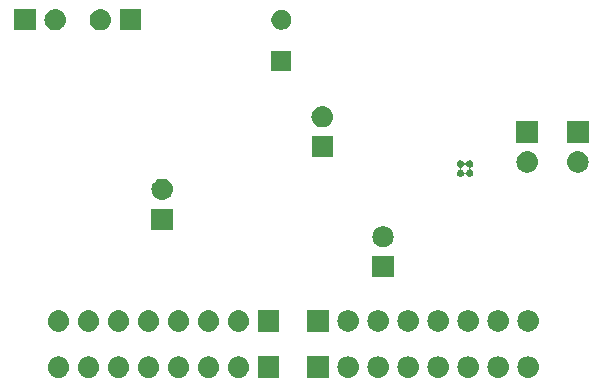
<source format=gbs>
G04 #@! TF.GenerationSoftware,KiCad,Pcbnew,(5.0.1)-3*
G04 #@! TF.CreationDate,2020-03-31T21:31:38+02:00*
G04 #@! TF.ProjectId,schema_pcb,736368656D615F7063622E6B69636164,rev?*
G04 #@! TF.SameCoordinates,Original*
G04 #@! TF.FileFunction,Soldermask,Bot*
G04 #@! TF.FilePolarity,Negative*
%FSLAX46Y46*%
G04 Gerber Fmt 4.6, Leading zero omitted, Abs format (unit mm)*
G04 Created by KiCad (PCBNEW (5.0.1)-3) date 31/03/2020 21:31:38*
%MOMM*%
%LPD*%
G01*
G04 APERTURE LIST*
%ADD10C,0.020000*%
G04 APERTURE END LIST*
D10*
G36*
X164690443Y-115605519D02*
X164756627Y-115612037D01*
X164869853Y-115646384D01*
X164926467Y-115663557D01*
X165065087Y-115737652D01*
X165082991Y-115747222D01*
X165118729Y-115776552D01*
X165220186Y-115859814D01*
X165303448Y-115961271D01*
X165332778Y-115997009D01*
X165332779Y-115997011D01*
X165416443Y-116153533D01*
X165416443Y-116153534D01*
X165467963Y-116323373D01*
X165485359Y-116500000D01*
X165467963Y-116676627D01*
X165433616Y-116789853D01*
X165416443Y-116846467D01*
X165342348Y-116985087D01*
X165332778Y-117002991D01*
X165303448Y-117038729D01*
X165220186Y-117140186D01*
X165118729Y-117223448D01*
X165082991Y-117252778D01*
X165082989Y-117252779D01*
X164926467Y-117336443D01*
X164869853Y-117353616D01*
X164756627Y-117387963D01*
X164690442Y-117394482D01*
X164624260Y-117401000D01*
X164535740Y-117401000D01*
X164469558Y-117394482D01*
X164403373Y-117387963D01*
X164290147Y-117353616D01*
X164233533Y-117336443D01*
X164077011Y-117252779D01*
X164077009Y-117252778D01*
X164041271Y-117223448D01*
X163939814Y-117140186D01*
X163856552Y-117038729D01*
X163827222Y-117002991D01*
X163817652Y-116985087D01*
X163743557Y-116846467D01*
X163726384Y-116789853D01*
X163692037Y-116676627D01*
X163674641Y-116500000D01*
X163692037Y-116323373D01*
X163743557Y-116153534D01*
X163743557Y-116153533D01*
X163827221Y-115997011D01*
X163827222Y-115997009D01*
X163856552Y-115961271D01*
X163939814Y-115859814D01*
X164041271Y-115776552D01*
X164077009Y-115747222D01*
X164094913Y-115737652D01*
X164233533Y-115663557D01*
X164290147Y-115646384D01*
X164403373Y-115612037D01*
X164469557Y-115605519D01*
X164535740Y-115599000D01*
X164624260Y-115599000D01*
X164690443Y-115605519D01*
X164690443Y-115605519D01*
G37*
G36*
X132550443Y-115605519D02*
X132616627Y-115612037D01*
X132729853Y-115646384D01*
X132786467Y-115663557D01*
X132925087Y-115737652D01*
X132942991Y-115747222D01*
X132978729Y-115776552D01*
X133080186Y-115859814D01*
X133163448Y-115961271D01*
X133192778Y-115997009D01*
X133192779Y-115997011D01*
X133276443Y-116153533D01*
X133276443Y-116153534D01*
X133327963Y-116323373D01*
X133345359Y-116500000D01*
X133327963Y-116676627D01*
X133293616Y-116789853D01*
X133276443Y-116846467D01*
X133202348Y-116985087D01*
X133192778Y-117002991D01*
X133163448Y-117038729D01*
X133080186Y-117140186D01*
X132978729Y-117223448D01*
X132942991Y-117252778D01*
X132942989Y-117252779D01*
X132786467Y-117336443D01*
X132729853Y-117353616D01*
X132616627Y-117387963D01*
X132550442Y-117394482D01*
X132484260Y-117401000D01*
X132395740Y-117401000D01*
X132329558Y-117394482D01*
X132263373Y-117387963D01*
X132150147Y-117353616D01*
X132093533Y-117336443D01*
X131937011Y-117252779D01*
X131937009Y-117252778D01*
X131901271Y-117223448D01*
X131799814Y-117140186D01*
X131716552Y-117038729D01*
X131687222Y-117002991D01*
X131677652Y-116985087D01*
X131603557Y-116846467D01*
X131586384Y-116789853D01*
X131552037Y-116676627D01*
X131534641Y-116500000D01*
X131552037Y-116323373D01*
X131603557Y-116153534D01*
X131603557Y-116153533D01*
X131687221Y-115997011D01*
X131687222Y-115997009D01*
X131716552Y-115961271D01*
X131799814Y-115859814D01*
X131901271Y-115776552D01*
X131937009Y-115747222D01*
X131954913Y-115737652D01*
X132093533Y-115663557D01*
X132150147Y-115646384D01*
X132263373Y-115612037D01*
X132329557Y-115605519D01*
X132395740Y-115599000D01*
X132484260Y-115599000D01*
X132550443Y-115605519D01*
X132550443Y-115605519D01*
G37*
G36*
X154530443Y-115605519D02*
X154596627Y-115612037D01*
X154709853Y-115646384D01*
X154766467Y-115663557D01*
X154905087Y-115737652D01*
X154922991Y-115747222D01*
X154958729Y-115776552D01*
X155060186Y-115859814D01*
X155143448Y-115961271D01*
X155172778Y-115997009D01*
X155172779Y-115997011D01*
X155256443Y-116153533D01*
X155256443Y-116153534D01*
X155307963Y-116323373D01*
X155325359Y-116500000D01*
X155307963Y-116676627D01*
X155273616Y-116789853D01*
X155256443Y-116846467D01*
X155182348Y-116985087D01*
X155172778Y-117002991D01*
X155143448Y-117038729D01*
X155060186Y-117140186D01*
X154958729Y-117223448D01*
X154922991Y-117252778D01*
X154922989Y-117252779D01*
X154766467Y-117336443D01*
X154709853Y-117353616D01*
X154596627Y-117387963D01*
X154530442Y-117394482D01*
X154464260Y-117401000D01*
X154375740Y-117401000D01*
X154309558Y-117394482D01*
X154243373Y-117387963D01*
X154130147Y-117353616D01*
X154073533Y-117336443D01*
X153917011Y-117252779D01*
X153917009Y-117252778D01*
X153881271Y-117223448D01*
X153779814Y-117140186D01*
X153696552Y-117038729D01*
X153667222Y-117002991D01*
X153657652Y-116985087D01*
X153583557Y-116846467D01*
X153566384Y-116789853D01*
X153532037Y-116676627D01*
X153514641Y-116500000D01*
X153532037Y-116323373D01*
X153583557Y-116153534D01*
X153583557Y-116153533D01*
X153667221Y-115997011D01*
X153667222Y-115997009D01*
X153696552Y-115961271D01*
X153779814Y-115859814D01*
X153881271Y-115776552D01*
X153917009Y-115747222D01*
X153934913Y-115737652D01*
X154073533Y-115663557D01*
X154130147Y-115646384D01*
X154243373Y-115612037D01*
X154309557Y-115605519D01*
X154375740Y-115599000D01*
X154464260Y-115599000D01*
X154530443Y-115605519D01*
X154530443Y-115605519D01*
G37*
G36*
X151990443Y-115605519D02*
X152056627Y-115612037D01*
X152169853Y-115646384D01*
X152226467Y-115663557D01*
X152365087Y-115737652D01*
X152382991Y-115747222D01*
X152418729Y-115776552D01*
X152520186Y-115859814D01*
X152603448Y-115961271D01*
X152632778Y-115997009D01*
X152632779Y-115997011D01*
X152716443Y-116153533D01*
X152716443Y-116153534D01*
X152767963Y-116323373D01*
X152785359Y-116500000D01*
X152767963Y-116676627D01*
X152733616Y-116789853D01*
X152716443Y-116846467D01*
X152642348Y-116985087D01*
X152632778Y-117002991D01*
X152603448Y-117038729D01*
X152520186Y-117140186D01*
X152418729Y-117223448D01*
X152382991Y-117252778D01*
X152382989Y-117252779D01*
X152226467Y-117336443D01*
X152169853Y-117353616D01*
X152056627Y-117387963D01*
X151990442Y-117394482D01*
X151924260Y-117401000D01*
X151835740Y-117401000D01*
X151769558Y-117394482D01*
X151703373Y-117387963D01*
X151590147Y-117353616D01*
X151533533Y-117336443D01*
X151377011Y-117252779D01*
X151377009Y-117252778D01*
X151341271Y-117223448D01*
X151239814Y-117140186D01*
X151156552Y-117038729D01*
X151127222Y-117002991D01*
X151117652Y-116985087D01*
X151043557Y-116846467D01*
X151026384Y-116789853D01*
X150992037Y-116676627D01*
X150974641Y-116500000D01*
X150992037Y-116323373D01*
X151043557Y-116153534D01*
X151043557Y-116153533D01*
X151127221Y-115997011D01*
X151127222Y-115997009D01*
X151156552Y-115961271D01*
X151239814Y-115859814D01*
X151341271Y-115776552D01*
X151377009Y-115747222D01*
X151394913Y-115737652D01*
X151533533Y-115663557D01*
X151590147Y-115646384D01*
X151703373Y-115612037D01*
X151769557Y-115605519D01*
X151835740Y-115599000D01*
X151924260Y-115599000D01*
X151990443Y-115605519D01*
X151990443Y-115605519D01*
G37*
G36*
X149450443Y-115605519D02*
X149516627Y-115612037D01*
X149629853Y-115646384D01*
X149686467Y-115663557D01*
X149825087Y-115737652D01*
X149842991Y-115747222D01*
X149878729Y-115776552D01*
X149980186Y-115859814D01*
X150063448Y-115961271D01*
X150092778Y-115997009D01*
X150092779Y-115997011D01*
X150176443Y-116153533D01*
X150176443Y-116153534D01*
X150227963Y-116323373D01*
X150245359Y-116500000D01*
X150227963Y-116676627D01*
X150193616Y-116789853D01*
X150176443Y-116846467D01*
X150102348Y-116985087D01*
X150092778Y-117002991D01*
X150063448Y-117038729D01*
X149980186Y-117140186D01*
X149878729Y-117223448D01*
X149842991Y-117252778D01*
X149842989Y-117252779D01*
X149686467Y-117336443D01*
X149629853Y-117353616D01*
X149516627Y-117387963D01*
X149450442Y-117394482D01*
X149384260Y-117401000D01*
X149295740Y-117401000D01*
X149229558Y-117394482D01*
X149163373Y-117387963D01*
X149050147Y-117353616D01*
X148993533Y-117336443D01*
X148837011Y-117252779D01*
X148837009Y-117252778D01*
X148801271Y-117223448D01*
X148699814Y-117140186D01*
X148616552Y-117038729D01*
X148587222Y-117002991D01*
X148577652Y-116985087D01*
X148503557Y-116846467D01*
X148486384Y-116789853D01*
X148452037Y-116676627D01*
X148434641Y-116500000D01*
X148452037Y-116323373D01*
X148503557Y-116153534D01*
X148503557Y-116153533D01*
X148587221Y-115997011D01*
X148587222Y-115997009D01*
X148616552Y-115961271D01*
X148699814Y-115859814D01*
X148801271Y-115776552D01*
X148837009Y-115747222D01*
X148854913Y-115737652D01*
X148993533Y-115663557D01*
X149050147Y-115646384D01*
X149163373Y-115612037D01*
X149229557Y-115605519D01*
X149295740Y-115599000D01*
X149384260Y-115599000D01*
X149450443Y-115605519D01*
X149450443Y-115605519D01*
G37*
G36*
X147701000Y-117401000D02*
X145899000Y-117401000D01*
X145899000Y-115599000D01*
X147701000Y-115599000D01*
X147701000Y-117401000D01*
X147701000Y-117401000D01*
G37*
G36*
X143501000Y-117401000D02*
X141699000Y-117401000D01*
X141699000Y-115599000D01*
X143501000Y-115599000D01*
X143501000Y-117401000D01*
X143501000Y-117401000D01*
G37*
G36*
X140170443Y-115605519D02*
X140236627Y-115612037D01*
X140349853Y-115646384D01*
X140406467Y-115663557D01*
X140545087Y-115737652D01*
X140562991Y-115747222D01*
X140598729Y-115776552D01*
X140700186Y-115859814D01*
X140783448Y-115961271D01*
X140812778Y-115997009D01*
X140812779Y-115997011D01*
X140896443Y-116153533D01*
X140896443Y-116153534D01*
X140947963Y-116323373D01*
X140965359Y-116500000D01*
X140947963Y-116676627D01*
X140913616Y-116789853D01*
X140896443Y-116846467D01*
X140822348Y-116985087D01*
X140812778Y-117002991D01*
X140783448Y-117038729D01*
X140700186Y-117140186D01*
X140598729Y-117223448D01*
X140562991Y-117252778D01*
X140562989Y-117252779D01*
X140406467Y-117336443D01*
X140349853Y-117353616D01*
X140236627Y-117387963D01*
X140170442Y-117394482D01*
X140104260Y-117401000D01*
X140015740Y-117401000D01*
X139949558Y-117394482D01*
X139883373Y-117387963D01*
X139770147Y-117353616D01*
X139713533Y-117336443D01*
X139557011Y-117252779D01*
X139557009Y-117252778D01*
X139521271Y-117223448D01*
X139419814Y-117140186D01*
X139336552Y-117038729D01*
X139307222Y-117002991D01*
X139297652Y-116985087D01*
X139223557Y-116846467D01*
X139206384Y-116789853D01*
X139172037Y-116676627D01*
X139154641Y-116500000D01*
X139172037Y-116323373D01*
X139223557Y-116153534D01*
X139223557Y-116153533D01*
X139307221Y-115997011D01*
X139307222Y-115997009D01*
X139336552Y-115961271D01*
X139419814Y-115859814D01*
X139521271Y-115776552D01*
X139557009Y-115747222D01*
X139574913Y-115737652D01*
X139713533Y-115663557D01*
X139770147Y-115646384D01*
X139883373Y-115612037D01*
X139949557Y-115605519D01*
X140015740Y-115599000D01*
X140104260Y-115599000D01*
X140170443Y-115605519D01*
X140170443Y-115605519D01*
G37*
G36*
X137630443Y-115605519D02*
X137696627Y-115612037D01*
X137809853Y-115646384D01*
X137866467Y-115663557D01*
X138005087Y-115737652D01*
X138022991Y-115747222D01*
X138058729Y-115776552D01*
X138160186Y-115859814D01*
X138243448Y-115961271D01*
X138272778Y-115997009D01*
X138272779Y-115997011D01*
X138356443Y-116153533D01*
X138356443Y-116153534D01*
X138407963Y-116323373D01*
X138425359Y-116500000D01*
X138407963Y-116676627D01*
X138373616Y-116789853D01*
X138356443Y-116846467D01*
X138282348Y-116985087D01*
X138272778Y-117002991D01*
X138243448Y-117038729D01*
X138160186Y-117140186D01*
X138058729Y-117223448D01*
X138022991Y-117252778D01*
X138022989Y-117252779D01*
X137866467Y-117336443D01*
X137809853Y-117353616D01*
X137696627Y-117387963D01*
X137630442Y-117394482D01*
X137564260Y-117401000D01*
X137475740Y-117401000D01*
X137409558Y-117394482D01*
X137343373Y-117387963D01*
X137230147Y-117353616D01*
X137173533Y-117336443D01*
X137017011Y-117252779D01*
X137017009Y-117252778D01*
X136981271Y-117223448D01*
X136879814Y-117140186D01*
X136796552Y-117038729D01*
X136767222Y-117002991D01*
X136757652Y-116985087D01*
X136683557Y-116846467D01*
X136666384Y-116789853D01*
X136632037Y-116676627D01*
X136614641Y-116500000D01*
X136632037Y-116323373D01*
X136683557Y-116153534D01*
X136683557Y-116153533D01*
X136767221Y-115997011D01*
X136767222Y-115997009D01*
X136796552Y-115961271D01*
X136879814Y-115859814D01*
X136981271Y-115776552D01*
X137017009Y-115747222D01*
X137034913Y-115737652D01*
X137173533Y-115663557D01*
X137230147Y-115646384D01*
X137343373Y-115612037D01*
X137409557Y-115605519D01*
X137475740Y-115599000D01*
X137564260Y-115599000D01*
X137630443Y-115605519D01*
X137630443Y-115605519D01*
G37*
G36*
X135090443Y-115605519D02*
X135156627Y-115612037D01*
X135269853Y-115646384D01*
X135326467Y-115663557D01*
X135465087Y-115737652D01*
X135482991Y-115747222D01*
X135518729Y-115776552D01*
X135620186Y-115859814D01*
X135703448Y-115961271D01*
X135732778Y-115997009D01*
X135732779Y-115997011D01*
X135816443Y-116153533D01*
X135816443Y-116153534D01*
X135867963Y-116323373D01*
X135885359Y-116500000D01*
X135867963Y-116676627D01*
X135833616Y-116789853D01*
X135816443Y-116846467D01*
X135742348Y-116985087D01*
X135732778Y-117002991D01*
X135703448Y-117038729D01*
X135620186Y-117140186D01*
X135518729Y-117223448D01*
X135482991Y-117252778D01*
X135482989Y-117252779D01*
X135326467Y-117336443D01*
X135269853Y-117353616D01*
X135156627Y-117387963D01*
X135090442Y-117394482D01*
X135024260Y-117401000D01*
X134935740Y-117401000D01*
X134869558Y-117394482D01*
X134803373Y-117387963D01*
X134690147Y-117353616D01*
X134633533Y-117336443D01*
X134477011Y-117252779D01*
X134477009Y-117252778D01*
X134441271Y-117223448D01*
X134339814Y-117140186D01*
X134256552Y-117038729D01*
X134227222Y-117002991D01*
X134217652Y-116985087D01*
X134143557Y-116846467D01*
X134126384Y-116789853D01*
X134092037Y-116676627D01*
X134074641Y-116500000D01*
X134092037Y-116323373D01*
X134143557Y-116153534D01*
X134143557Y-116153533D01*
X134227221Y-115997011D01*
X134227222Y-115997009D01*
X134256552Y-115961271D01*
X134339814Y-115859814D01*
X134441271Y-115776552D01*
X134477009Y-115747222D01*
X134494913Y-115737652D01*
X134633533Y-115663557D01*
X134690147Y-115646384D01*
X134803373Y-115612037D01*
X134869557Y-115605519D01*
X134935740Y-115599000D01*
X135024260Y-115599000D01*
X135090443Y-115605519D01*
X135090443Y-115605519D01*
G37*
G36*
X130010443Y-115605519D02*
X130076627Y-115612037D01*
X130189853Y-115646384D01*
X130246467Y-115663557D01*
X130385087Y-115737652D01*
X130402991Y-115747222D01*
X130438729Y-115776552D01*
X130540186Y-115859814D01*
X130623448Y-115961271D01*
X130652778Y-115997009D01*
X130652779Y-115997011D01*
X130736443Y-116153533D01*
X130736443Y-116153534D01*
X130787963Y-116323373D01*
X130805359Y-116500000D01*
X130787963Y-116676627D01*
X130753616Y-116789853D01*
X130736443Y-116846467D01*
X130662348Y-116985087D01*
X130652778Y-117002991D01*
X130623448Y-117038729D01*
X130540186Y-117140186D01*
X130438729Y-117223448D01*
X130402991Y-117252778D01*
X130402989Y-117252779D01*
X130246467Y-117336443D01*
X130189853Y-117353616D01*
X130076627Y-117387963D01*
X130010442Y-117394482D01*
X129944260Y-117401000D01*
X129855740Y-117401000D01*
X129789558Y-117394482D01*
X129723373Y-117387963D01*
X129610147Y-117353616D01*
X129553533Y-117336443D01*
X129397011Y-117252779D01*
X129397009Y-117252778D01*
X129361271Y-117223448D01*
X129259814Y-117140186D01*
X129176552Y-117038729D01*
X129147222Y-117002991D01*
X129137652Y-116985087D01*
X129063557Y-116846467D01*
X129046384Y-116789853D01*
X129012037Y-116676627D01*
X128994641Y-116500000D01*
X129012037Y-116323373D01*
X129063557Y-116153534D01*
X129063557Y-116153533D01*
X129147221Y-115997011D01*
X129147222Y-115997009D01*
X129176552Y-115961271D01*
X129259814Y-115859814D01*
X129361271Y-115776552D01*
X129397009Y-115747222D01*
X129414913Y-115737652D01*
X129553533Y-115663557D01*
X129610147Y-115646384D01*
X129723373Y-115612037D01*
X129789557Y-115605519D01*
X129855740Y-115599000D01*
X129944260Y-115599000D01*
X130010443Y-115605519D01*
X130010443Y-115605519D01*
G37*
G36*
X127470443Y-115605519D02*
X127536627Y-115612037D01*
X127649853Y-115646384D01*
X127706467Y-115663557D01*
X127845087Y-115737652D01*
X127862991Y-115747222D01*
X127898729Y-115776552D01*
X128000186Y-115859814D01*
X128083448Y-115961271D01*
X128112778Y-115997009D01*
X128112779Y-115997011D01*
X128196443Y-116153533D01*
X128196443Y-116153534D01*
X128247963Y-116323373D01*
X128265359Y-116500000D01*
X128247963Y-116676627D01*
X128213616Y-116789853D01*
X128196443Y-116846467D01*
X128122348Y-116985087D01*
X128112778Y-117002991D01*
X128083448Y-117038729D01*
X128000186Y-117140186D01*
X127898729Y-117223448D01*
X127862991Y-117252778D01*
X127862989Y-117252779D01*
X127706467Y-117336443D01*
X127649853Y-117353616D01*
X127536627Y-117387963D01*
X127470442Y-117394482D01*
X127404260Y-117401000D01*
X127315740Y-117401000D01*
X127249558Y-117394482D01*
X127183373Y-117387963D01*
X127070147Y-117353616D01*
X127013533Y-117336443D01*
X126857011Y-117252779D01*
X126857009Y-117252778D01*
X126821271Y-117223448D01*
X126719814Y-117140186D01*
X126636552Y-117038729D01*
X126607222Y-117002991D01*
X126597652Y-116985087D01*
X126523557Y-116846467D01*
X126506384Y-116789853D01*
X126472037Y-116676627D01*
X126454641Y-116500000D01*
X126472037Y-116323373D01*
X126523557Y-116153534D01*
X126523557Y-116153533D01*
X126607221Y-115997011D01*
X126607222Y-115997009D01*
X126636552Y-115961271D01*
X126719814Y-115859814D01*
X126821271Y-115776552D01*
X126857009Y-115747222D01*
X126874913Y-115737652D01*
X127013533Y-115663557D01*
X127070147Y-115646384D01*
X127183373Y-115612037D01*
X127249557Y-115605519D01*
X127315740Y-115599000D01*
X127404260Y-115599000D01*
X127470443Y-115605519D01*
X127470443Y-115605519D01*
G37*
G36*
X124930443Y-115605519D02*
X124996627Y-115612037D01*
X125109853Y-115646384D01*
X125166467Y-115663557D01*
X125305087Y-115737652D01*
X125322991Y-115747222D01*
X125358729Y-115776552D01*
X125460186Y-115859814D01*
X125543448Y-115961271D01*
X125572778Y-115997009D01*
X125572779Y-115997011D01*
X125656443Y-116153533D01*
X125656443Y-116153534D01*
X125707963Y-116323373D01*
X125725359Y-116500000D01*
X125707963Y-116676627D01*
X125673616Y-116789853D01*
X125656443Y-116846467D01*
X125582348Y-116985087D01*
X125572778Y-117002991D01*
X125543448Y-117038729D01*
X125460186Y-117140186D01*
X125358729Y-117223448D01*
X125322991Y-117252778D01*
X125322989Y-117252779D01*
X125166467Y-117336443D01*
X125109853Y-117353616D01*
X124996627Y-117387963D01*
X124930442Y-117394482D01*
X124864260Y-117401000D01*
X124775740Y-117401000D01*
X124709558Y-117394482D01*
X124643373Y-117387963D01*
X124530147Y-117353616D01*
X124473533Y-117336443D01*
X124317011Y-117252779D01*
X124317009Y-117252778D01*
X124281271Y-117223448D01*
X124179814Y-117140186D01*
X124096552Y-117038729D01*
X124067222Y-117002991D01*
X124057652Y-116985087D01*
X123983557Y-116846467D01*
X123966384Y-116789853D01*
X123932037Y-116676627D01*
X123914641Y-116500000D01*
X123932037Y-116323373D01*
X123983557Y-116153534D01*
X123983557Y-116153533D01*
X124067221Y-115997011D01*
X124067222Y-115997009D01*
X124096552Y-115961271D01*
X124179814Y-115859814D01*
X124281271Y-115776552D01*
X124317009Y-115747222D01*
X124334913Y-115737652D01*
X124473533Y-115663557D01*
X124530147Y-115646384D01*
X124643373Y-115612037D01*
X124709557Y-115605519D01*
X124775740Y-115599000D01*
X124864260Y-115599000D01*
X124930443Y-115605519D01*
X124930443Y-115605519D01*
G37*
G36*
X157070443Y-115605519D02*
X157136627Y-115612037D01*
X157249853Y-115646384D01*
X157306467Y-115663557D01*
X157445087Y-115737652D01*
X157462991Y-115747222D01*
X157498729Y-115776552D01*
X157600186Y-115859814D01*
X157683448Y-115961271D01*
X157712778Y-115997009D01*
X157712779Y-115997011D01*
X157796443Y-116153533D01*
X157796443Y-116153534D01*
X157847963Y-116323373D01*
X157865359Y-116500000D01*
X157847963Y-116676627D01*
X157813616Y-116789853D01*
X157796443Y-116846467D01*
X157722348Y-116985087D01*
X157712778Y-117002991D01*
X157683448Y-117038729D01*
X157600186Y-117140186D01*
X157498729Y-117223448D01*
X157462991Y-117252778D01*
X157462989Y-117252779D01*
X157306467Y-117336443D01*
X157249853Y-117353616D01*
X157136627Y-117387963D01*
X157070442Y-117394482D01*
X157004260Y-117401000D01*
X156915740Y-117401000D01*
X156849558Y-117394482D01*
X156783373Y-117387963D01*
X156670147Y-117353616D01*
X156613533Y-117336443D01*
X156457011Y-117252779D01*
X156457009Y-117252778D01*
X156421271Y-117223448D01*
X156319814Y-117140186D01*
X156236552Y-117038729D01*
X156207222Y-117002991D01*
X156197652Y-116985087D01*
X156123557Y-116846467D01*
X156106384Y-116789853D01*
X156072037Y-116676627D01*
X156054641Y-116500000D01*
X156072037Y-116323373D01*
X156123557Y-116153534D01*
X156123557Y-116153533D01*
X156207221Y-115997011D01*
X156207222Y-115997009D01*
X156236552Y-115961271D01*
X156319814Y-115859814D01*
X156421271Y-115776552D01*
X156457009Y-115747222D01*
X156474913Y-115737652D01*
X156613533Y-115663557D01*
X156670147Y-115646384D01*
X156783373Y-115612037D01*
X156849557Y-115605519D01*
X156915740Y-115599000D01*
X157004260Y-115599000D01*
X157070443Y-115605519D01*
X157070443Y-115605519D01*
G37*
G36*
X159610443Y-115605519D02*
X159676627Y-115612037D01*
X159789853Y-115646384D01*
X159846467Y-115663557D01*
X159985087Y-115737652D01*
X160002991Y-115747222D01*
X160038729Y-115776552D01*
X160140186Y-115859814D01*
X160223448Y-115961271D01*
X160252778Y-115997009D01*
X160252779Y-115997011D01*
X160336443Y-116153533D01*
X160336443Y-116153534D01*
X160387963Y-116323373D01*
X160405359Y-116500000D01*
X160387963Y-116676627D01*
X160353616Y-116789853D01*
X160336443Y-116846467D01*
X160262348Y-116985087D01*
X160252778Y-117002991D01*
X160223448Y-117038729D01*
X160140186Y-117140186D01*
X160038729Y-117223448D01*
X160002991Y-117252778D01*
X160002989Y-117252779D01*
X159846467Y-117336443D01*
X159789853Y-117353616D01*
X159676627Y-117387963D01*
X159610442Y-117394482D01*
X159544260Y-117401000D01*
X159455740Y-117401000D01*
X159389558Y-117394482D01*
X159323373Y-117387963D01*
X159210147Y-117353616D01*
X159153533Y-117336443D01*
X158997011Y-117252779D01*
X158997009Y-117252778D01*
X158961271Y-117223448D01*
X158859814Y-117140186D01*
X158776552Y-117038729D01*
X158747222Y-117002991D01*
X158737652Y-116985087D01*
X158663557Y-116846467D01*
X158646384Y-116789853D01*
X158612037Y-116676627D01*
X158594641Y-116500000D01*
X158612037Y-116323373D01*
X158663557Y-116153534D01*
X158663557Y-116153533D01*
X158747221Y-115997011D01*
X158747222Y-115997009D01*
X158776552Y-115961271D01*
X158859814Y-115859814D01*
X158961271Y-115776552D01*
X158997009Y-115747222D01*
X159014913Y-115737652D01*
X159153533Y-115663557D01*
X159210147Y-115646384D01*
X159323373Y-115612037D01*
X159389557Y-115605519D01*
X159455740Y-115599000D01*
X159544260Y-115599000D01*
X159610443Y-115605519D01*
X159610443Y-115605519D01*
G37*
G36*
X162150443Y-115605519D02*
X162216627Y-115612037D01*
X162329853Y-115646384D01*
X162386467Y-115663557D01*
X162525087Y-115737652D01*
X162542991Y-115747222D01*
X162578729Y-115776552D01*
X162680186Y-115859814D01*
X162763448Y-115961271D01*
X162792778Y-115997009D01*
X162792779Y-115997011D01*
X162876443Y-116153533D01*
X162876443Y-116153534D01*
X162927963Y-116323373D01*
X162945359Y-116500000D01*
X162927963Y-116676627D01*
X162893616Y-116789853D01*
X162876443Y-116846467D01*
X162802348Y-116985087D01*
X162792778Y-117002991D01*
X162763448Y-117038729D01*
X162680186Y-117140186D01*
X162578729Y-117223448D01*
X162542991Y-117252778D01*
X162542989Y-117252779D01*
X162386467Y-117336443D01*
X162329853Y-117353616D01*
X162216627Y-117387963D01*
X162150442Y-117394482D01*
X162084260Y-117401000D01*
X161995740Y-117401000D01*
X161929558Y-117394482D01*
X161863373Y-117387963D01*
X161750147Y-117353616D01*
X161693533Y-117336443D01*
X161537011Y-117252779D01*
X161537009Y-117252778D01*
X161501271Y-117223448D01*
X161399814Y-117140186D01*
X161316552Y-117038729D01*
X161287222Y-117002991D01*
X161277652Y-116985087D01*
X161203557Y-116846467D01*
X161186384Y-116789853D01*
X161152037Y-116676627D01*
X161134641Y-116500000D01*
X161152037Y-116323373D01*
X161203557Y-116153534D01*
X161203557Y-116153533D01*
X161287221Y-115997011D01*
X161287222Y-115997009D01*
X161316552Y-115961271D01*
X161399814Y-115859814D01*
X161501271Y-115776552D01*
X161537009Y-115747222D01*
X161554913Y-115737652D01*
X161693533Y-115663557D01*
X161750147Y-115646384D01*
X161863373Y-115612037D01*
X161929557Y-115605519D01*
X161995740Y-115599000D01*
X162084260Y-115599000D01*
X162150443Y-115605519D01*
X162150443Y-115605519D01*
G37*
G36*
X132550442Y-111705518D02*
X132616627Y-111712037D01*
X132729853Y-111746384D01*
X132786467Y-111763557D01*
X132925087Y-111837652D01*
X132942991Y-111847222D01*
X132978729Y-111876552D01*
X133080186Y-111959814D01*
X133163448Y-112061271D01*
X133192778Y-112097009D01*
X133192779Y-112097011D01*
X133276443Y-112253533D01*
X133276443Y-112253534D01*
X133327963Y-112423373D01*
X133345359Y-112600000D01*
X133327963Y-112776627D01*
X133293616Y-112889853D01*
X133276443Y-112946467D01*
X133202348Y-113085087D01*
X133192778Y-113102991D01*
X133163448Y-113138729D01*
X133080186Y-113240186D01*
X132978729Y-113323448D01*
X132942991Y-113352778D01*
X132942989Y-113352779D01*
X132786467Y-113436443D01*
X132729853Y-113453616D01*
X132616627Y-113487963D01*
X132550442Y-113494482D01*
X132484260Y-113501000D01*
X132395740Y-113501000D01*
X132329558Y-113494482D01*
X132263373Y-113487963D01*
X132150147Y-113453616D01*
X132093533Y-113436443D01*
X131937011Y-113352779D01*
X131937009Y-113352778D01*
X131901271Y-113323448D01*
X131799814Y-113240186D01*
X131716552Y-113138729D01*
X131687222Y-113102991D01*
X131677652Y-113085087D01*
X131603557Y-112946467D01*
X131586384Y-112889853D01*
X131552037Y-112776627D01*
X131534641Y-112600000D01*
X131552037Y-112423373D01*
X131603557Y-112253534D01*
X131603557Y-112253533D01*
X131687221Y-112097011D01*
X131687222Y-112097009D01*
X131716552Y-112061271D01*
X131799814Y-111959814D01*
X131901271Y-111876552D01*
X131937009Y-111847222D01*
X131954913Y-111837652D01*
X132093533Y-111763557D01*
X132150147Y-111746384D01*
X132263373Y-111712037D01*
X132329558Y-111705518D01*
X132395740Y-111699000D01*
X132484260Y-111699000D01*
X132550442Y-111705518D01*
X132550442Y-111705518D01*
G37*
G36*
X130010442Y-111705518D02*
X130076627Y-111712037D01*
X130189853Y-111746384D01*
X130246467Y-111763557D01*
X130385087Y-111837652D01*
X130402991Y-111847222D01*
X130438729Y-111876552D01*
X130540186Y-111959814D01*
X130623448Y-112061271D01*
X130652778Y-112097009D01*
X130652779Y-112097011D01*
X130736443Y-112253533D01*
X130736443Y-112253534D01*
X130787963Y-112423373D01*
X130805359Y-112600000D01*
X130787963Y-112776627D01*
X130753616Y-112889853D01*
X130736443Y-112946467D01*
X130662348Y-113085087D01*
X130652778Y-113102991D01*
X130623448Y-113138729D01*
X130540186Y-113240186D01*
X130438729Y-113323448D01*
X130402991Y-113352778D01*
X130402989Y-113352779D01*
X130246467Y-113436443D01*
X130189853Y-113453616D01*
X130076627Y-113487963D01*
X130010442Y-113494482D01*
X129944260Y-113501000D01*
X129855740Y-113501000D01*
X129789558Y-113494482D01*
X129723373Y-113487963D01*
X129610147Y-113453616D01*
X129553533Y-113436443D01*
X129397011Y-113352779D01*
X129397009Y-113352778D01*
X129361271Y-113323448D01*
X129259814Y-113240186D01*
X129176552Y-113138729D01*
X129147222Y-113102991D01*
X129137652Y-113085087D01*
X129063557Y-112946467D01*
X129046384Y-112889853D01*
X129012037Y-112776627D01*
X128994641Y-112600000D01*
X129012037Y-112423373D01*
X129063557Y-112253534D01*
X129063557Y-112253533D01*
X129147221Y-112097011D01*
X129147222Y-112097009D01*
X129176552Y-112061271D01*
X129259814Y-111959814D01*
X129361271Y-111876552D01*
X129397009Y-111847222D01*
X129414913Y-111837652D01*
X129553533Y-111763557D01*
X129610147Y-111746384D01*
X129723373Y-111712037D01*
X129789558Y-111705518D01*
X129855740Y-111699000D01*
X129944260Y-111699000D01*
X130010442Y-111705518D01*
X130010442Y-111705518D01*
G37*
G36*
X135090442Y-111705518D02*
X135156627Y-111712037D01*
X135269853Y-111746384D01*
X135326467Y-111763557D01*
X135465087Y-111837652D01*
X135482991Y-111847222D01*
X135518729Y-111876552D01*
X135620186Y-111959814D01*
X135703448Y-112061271D01*
X135732778Y-112097009D01*
X135732779Y-112097011D01*
X135816443Y-112253533D01*
X135816443Y-112253534D01*
X135867963Y-112423373D01*
X135885359Y-112600000D01*
X135867963Y-112776627D01*
X135833616Y-112889853D01*
X135816443Y-112946467D01*
X135742348Y-113085087D01*
X135732778Y-113102991D01*
X135703448Y-113138729D01*
X135620186Y-113240186D01*
X135518729Y-113323448D01*
X135482991Y-113352778D01*
X135482989Y-113352779D01*
X135326467Y-113436443D01*
X135269853Y-113453616D01*
X135156627Y-113487963D01*
X135090442Y-113494482D01*
X135024260Y-113501000D01*
X134935740Y-113501000D01*
X134869558Y-113494482D01*
X134803373Y-113487963D01*
X134690147Y-113453616D01*
X134633533Y-113436443D01*
X134477011Y-113352779D01*
X134477009Y-113352778D01*
X134441271Y-113323448D01*
X134339814Y-113240186D01*
X134256552Y-113138729D01*
X134227222Y-113102991D01*
X134217652Y-113085087D01*
X134143557Y-112946467D01*
X134126384Y-112889853D01*
X134092037Y-112776627D01*
X134074641Y-112600000D01*
X134092037Y-112423373D01*
X134143557Y-112253534D01*
X134143557Y-112253533D01*
X134227221Y-112097011D01*
X134227222Y-112097009D01*
X134256552Y-112061271D01*
X134339814Y-111959814D01*
X134441271Y-111876552D01*
X134477009Y-111847222D01*
X134494913Y-111837652D01*
X134633533Y-111763557D01*
X134690147Y-111746384D01*
X134803373Y-111712037D01*
X134869558Y-111705518D01*
X134935740Y-111699000D01*
X135024260Y-111699000D01*
X135090442Y-111705518D01*
X135090442Y-111705518D01*
G37*
G36*
X127470442Y-111705518D02*
X127536627Y-111712037D01*
X127649853Y-111746384D01*
X127706467Y-111763557D01*
X127845087Y-111837652D01*
X127862991Y-111847222D01*
X127898729Y-111876552D01*
X128000186Y-111959814D01*
X128083448Y-112061271D01*
X128112778Y-112097009D01*
X128112779Y-112097011D01*
X128196443Y-112253533D01*
X128196443Y-112253534D01*
X128247963Y-112423373D01*
X128265359Y-112600000D01*
X128247963Y-112776627D01*
X128213616Y-112889853D01*
X128196443Y-112946467D01*
X128122348Y-113085087D01*
X128112778Y-113102991D01*
X128083448Y-113138729D01*
X128000186Y-113240186D01*
X127898729Y-113323448D01*
X127862991Y-113352778D01*
X127862989Y-113352779D01*
X127706467Y-113436443D01*
X127649853Y-113453616D01*
X127536627Y-113487963D01*
X127470442Y-113494482D01*
X127404260Y-113501000D01*
X127315740Y-113501000D01*
X127249558Y-113494482D01*
X127183373Y-113487963D01*
X127070147Y-113453616D01*
X127013533Y-113436443D01*
X126857011Y-113352779D01*
X126857009Y-113352778D01*
X126821271Y-113323448D01*
X126719814Y-113240186D01*
X126636552Y-113138729D01*
X126607222Y-113102991D01*
X126597652Y-113085087D01*
X126523557Y-112946467D01*
X126506384Y-112889853D01*
X126472037Y-112776627D01*
X126454641Y-112600000D01*
X126472037Y-112423373D01*
X126523557Y-112253534D01*
X126523557Y-112253533D01*
X126607221Y-112097011D01*
X126607222Y-112097009D01*
X126636552Y-112061271D01*
X126719814Y-111959814D01*
X126821271Y-111876552D01*
X126857009Y-111847222D01*
X126874913Y-111837652D01*
X127013533Y-111763557D01*
X127070147Y-111746384D01*
X127183373Y-111712037D01*
X127249558Y-111705518D01*
X127315740Y-111699000D01*
X127404260Y-111699000D01*
X127470442Y-111705518D01*
X127470442Y-111705518D01*
G37*
G36*
X124930442Y-111705518D02*
X124996627Y-111712037D01*
X125109853Y-111746384D01*
X125166467Y-111763557D01*
X125305087Y-111837652D01*
X125322991Y-111847222D01*
X125358729Y-111876552D01*
X125460186Y-111959814D01*
X125543448Y-112061271D01*
X125572778Y-112097009D01*
X125572779Y-112097011D01*
X125656443Y-112253533D01*
X125656443Y-112253534D01*
X125707963Y-112423373D01*
X125725359Y-112600000D01*
X125707963Y-112776627D01*
X125673616Y-112889853D01*
X125656443Y-112946467D01*
X125582348Y-113085087D01*
X125572778Y-113102991D01*
X125543448Y-113138729D01*
X125460186Y-113240186D01*
X125358729Y-113323448D01*
X125322991Y-113352778D01*
X125322989Y-113352779D01*
X125166467Y-113436443D01*
X125109853Y-113453616D01*
X124996627Y-113487963D01*
X124930442Y-113494482D01*
X124864260Y-113501000D01*
X124775740Y-113501000D01*
X124709558Y-113494482D01*
X124643373Y-113487963D01*
X124530147Y-113453616D01*
X124473533Y-113436443D01*
X124317011Y-113352779D01*
X124317009Y-113352778D01*
X124281271Y-113323448D01*
X124179814Y-113240186D01*
X124096552Y-113138729D01*
X124067222Y-113102991D01*
X124057652Y-113085087D01*
X123983557Y-112946467D01*
X123966384Y-112889853D01*
X123932037Y-112776627D01*
X123914641Y-112600000D01*
X123932037Y-112423373D01*
X123983557Y-112253534D01*
X123983557Y-112253533D01*
X124067221Y-112097011D01*
X124067222Y-112097009D01*
X124096552Y-112061271D01*
X124179814Y-111959814D01*
X124281271Y-111876552D01*
X124317009Y-111847222D01*
X124334913Y-111837652D01*
X124473533Y-111763557D01*
X124530147Y-111746384D01*
X124643373Y-111712037D01*
X124709558Y-111705518D01*
X124775740Y-111699000D01*
X124864260Y-111699000D01*
X124930442Y-111705518D01*
X124930442Y-111705518D01*
G37*
G36*
X164690442Y-111705518D02*
X164756627Y-111712037D01*
X164869853Y-111746384D01*
X164926467Y-111763557D01*
X165065087Y-111837652D01*
X165082991Y-111847222D01*
X165118729Y-111876552D01*
X165220186Y-111959814D01*
X165303448Y-112061271D01*
X165332778Y-112097009D01*
X165332779Y-112097011D01*
X165416443Y-112253533D01*
X165416443Y-112253534D01*
X165467963Y-112423373D01*
X165485359Y-112600000D01*
X165467963Y-112776627D01*
X165433616Y-112889853D01*
X165416443Y-112946467D01*
X165342348Y-113085087D01*
X165332778Y-113102991D01*
X165303448Y-113138729D01*
X165220186Y-113240186D01*
X165118729Y-113323448D01*
X165082991Y-113352778D01*
X165082989Y-113352779D01*
X164926467Y-113436443D01*
X164869853Y-113453616D01*
X164756627Y-113487963D01*
X164690442Y-113494482D01*
X164624260Y-113501000D01*
X164535740Y-113501000D01*
X164469558Y-113494482D01*
X164403373Y-113487963D01*
X164290147Y-113453616D01*
X164233533Y-113436443D01*
X164077011Y-113352779D01*
X164077009Y-113352778D01*
X164041271Y-113323448D01*
X163939814Y-113240186D01*
X163856552Y-113138729D01*
X163827222Y-113102991D01*
X163817652Y-113085087D01*
X163743557Y-112946467D01*
X163726384Y-112889853D01*
X163692037Y-112776627D01*
X163674641Y-112600000D01*
X163692037Y-112423373D01*
X163743557Y-112253534D01*
X163743557Y-112253533D01*
X163827221Y-112097011D01*
X163827222Y-112097009D01*
X163856552Y-112061271D01*
X163939814Y-111959814D01*
X164041271Y-111876552D01*
X164077009Y-111847222D01*
X164094913Y-111837652D01*
X164233533Y-111763557D01*
X164290147Y-111746384D01*
X164403373Y-111712037D01*
X164469558Y-111705518D01*
X164535740Y-111699000D01*
X164624260Y-111699000D01*
X164690442Y-111705518D01*
X164690442Y-111705518D01*
G37*
G36*
X159610442Y-111705518D02*
X159676627Y-111712037D01*
X159789853Y-111746384D01*
X159846467Y-111763557D01*
X159985087Y-111837652D01*
X160002991Y-111847222D01*
X160038729Y-111876552D01*
X160140186Y-111959814D01*
X160223448Y-112061271D01*
X160252778Y-112097009D01*
X160252779Y-112097011D01*
X160336443Y-112253533D01*
X160336443Y-112253534D01*
X160387963Y-112423373D01*
X160405359Y-112600000D01*
X160387963Y-112776627D01*
X160353616Y-112889853D01*
X160336443Y-112946467D01*
X160262348Y-113085087D01*
X160252778Y-113102991D01*
X160223448Y-113138729D01*
X160140186Y-113240186D01*
X160038729Y-113323448D01*
X160002991Y-113352778D01*
X160002989Y-113352779D01*
X159846467Y-113436443D01*
X159789853Y-113453616D01*
X159676627Y-113487963D01*
X159610442Y-113494482D01*
X159544260Y-113501000D01*
X159455740Y-113501000D01*
X159389558Y-113494482D01*
X159323373Y-113487963D01*
X159210147Y-113453616D01*
X159153533Y-113436443D01*
X158997011Y-113352779D01*
X158997009Y-113352778D01*
X158961271Y-113323448D01*
X158859814Y-113240186D01*
X158776552Y-113138729D01*
X158747222Y-113102991D01*
X158737652Y-113085087D01*
X158663557Y-112946467D01*
X158646384Y-112889853D01*
X158612037Y-112776627D01*
X158594641Y-112600000D01*
X158612037Y-112423373D01*
X158663557Y-112253534D01*
X158663557Y-112253533D01*
X158747221Y-112097011D01*
X158747222Y-112097009D01*
X158776552Y-112061271D01*
X158859814Y-111959814D01*
X158961271Y-111876552D01*
X158997009Y-111847222D01*
X159014913Y-111837652D01*
X159153533Y-111763557D01*
X159210147Y-111746384D01*
X159323373Y-111712037D01*
X159389558Y-111705518D01*
X159455740Y-111699000D01*
X159544260Y-111699000D01*
X159610442Y-111705518D01*
X159610442Y-111705518D01*
G37*
G36*
X157070442Y-111705518D02*
X157136627Y-111712037D01*
X157249853Y-111746384D01*
X157306467Y-111763557D01*
X157445087Y-111837652D01*
X157462991Y-111847222D01*
X157498729Y-111876552D01*
X157600186Y-111959814D01*
X157683448Y-112061271D01*
X157712778Y-112097009D01*
X157712779Y-112097011D01*
X157796443Y-112253533D01*
X157796443Y-112253534D01*
X157847963Y-112423373D01*
X157865359Y-112600000D01*
X157847963Y-112776627D01*
X157813616Y-112889853D01*
X157796443Y-112946467D01*
X157722348Y-113085087D01*
X157712778Y-113102991D01*
X157683448Y-113138729D01*
X157600186Y-113240186D01*
X157498729Y-113323448D01*
X157462991Y-113352778D01*
X157462989Y-113352779D01*
X157306467Y-113436443D01*
X157249853Y-113453616D01*
X157136627Y-113487963D01*
X157070442Y-113494482D01*
X157004260Y-113501000D01*
X156915740Y-113501000D01*
X156849558Y-113494482D01*
X156783373Y-113487963D01*
X156670147Y-113453616D01*
X156613533Y-113436443D01*
X156457011Y-113352779D01*
X156457009Y-113352778D01*
X156421271Y-113323448D01*
X156319814Y-113240186D01*
X156236552Y-113138729D01*
X156207222Y-113102991D01*
X156197652Y-113085087D01*
X156123557Y-112946467D01*
X156106384Y-112889853D01*
X156072037Y-112776627D01*
X156054641Y-112600000D01*
X156072037Y-112423373D01*
X156123557Y-112253534D01*
X156123557Y-112253533D01*
X156207221Y-112097011D01*
X156207222Y-112097009D01*
X156236552Y-112061271D01*
X156319814Y-111959814D01*
X156421271Y-111876552D01*
X156457009Y-111847222D01*
X156474913Y-111837652D01*
X156613533Y-111763557D01*
X156670147Y-111746384D01*
X156783373Y-111712037D01*
X156849558Y-111705518D01*
X156915740Y-111699000D01*
X157004260Y-111699000D01*
X157070442Y-111705518D01*
X157070442Y-111705518D01*
G37*
G36*
X162150442Y-111705518D02*
X162216627Y-111712037D01*
X162329853Y-111746384D01*
X162386467Y-111763557D01*
X162525087Y-111837652D01*
X162542991Y-111847222D01*
X162578729Y-111876552D01*
X162680186Y-111959814D01*
X162763448Y-112061271D01*
X162792778Y-112097009D01*
X162792779Y-112097011D01*
X162876443Y-112253533D01*
X162876443Y-112253534D01*
X162927963Y-112423373D01*
X162945359Y-112600000D01*
X162927963Y-112776627D01*
X162893616Y-112889853D01*
X162876443Y-112946467D01*
X162802348Y-113085087D01*
X162792778Y-113102991D01*
X162763448Y-113138729D01*
X162680186Y-113240186D01*
X162578729Y-113323448D01*
X162542991Y-113352778D01*
X162542989Y-113352779D01*
X162386467Y-113436443D01*
X162329853Y-113453616D01*
X162216627Y-113487963D01*
X162150442Y-113494482D01*
X162084260Y-113501000D01*
X161995740Y-113501000D01*
X161929558Y-113494482D01*
X161863373Y-113487963D01*
X161750147Y-113453616D01*
X161693533Y-113436443D01*
X161537011Y-113352779D01*
X161537009Y-113352778D01*
X161501271Y-113323448D01*
X161399814Y-113240186D01*
X161316552Y-113138729D01*
X161287222Y-113102991D01*
X161277652Y-113085087D01*
X161203557Y-112946467D01*
X161186384Y-112889853D01*
X161152037Y-112776627D01*
X161134641Y-112600000D01*
X161152037Y-112423373D01*
X161203557Y-112253534D01*
X161203557Y-112253533D01*
X161287221Y-112097011D01*
X161287222Y-112097009D01*
X161316552Y-112061271D01*
X161399814Y-111959814D01*
X161501271Y-111876552D01*
X161537009Y-111847222D01*
X161554913Y-111837652D01*
X161693533Y-111763557D01*
X161750147Y-111746384D01*
X161863373Y-111712037D01*
X161929558Y-111705518D01*
X161995740Y-111699000D01*
X162084260Y-111699000D01*
X162150442Y-111705518D01*
X162150442Y-111705518D01*
G37*
G36*
X151990442Y-111705518D02*
X152056627Y-111712037D01*
X152169853Y-111746384D01*
X152226467Y-111763557D01*
X152365087Y-111837652D01*
X152382991Y-111847222D01*
X152418729Y-111876552D01*
X152520186Y-111959814D01*
X152603448Y-112061271D01*
X152632778Y-112097009D01*
X152632779Y-112097011D01*
X152716443Y-112253533D01*
X152716443Y-112253534D01*
X152767963Y-112423373D01*
X152785359Y-112600000D01*
X152767963Y-112776627D01*
X152733616Y-112889853D01*
X152716443Y-112946467D01*
X152642348Y-113085087D01*
X152632778Y-113102991D01*
X152603448Y-113138729D01*
X152520186Y-113240186D01*
X152418729Y-113323448D01*
X152382991Y-113352778D01*
X152382989Y-113352779D01*
X152226467Y-113436443D01*
X152169853Y-113453616D01*
X152056627Y-113487963D01*
X151990442Y-113494482D01*
X151924260Y-113501000D01*
X151835740Y-113501000D01*
X151769558Y-113494482D01*
X151703373Y-113487963D01*
X151590147Y-113453616D01*
X151533533Y-113436443D01*
X151377011Y-113352779D01*
X151377009Y-113352778D01*
X151341271Y-113323448D01*
X151239814Y-113240186D01*
X151156552Y-113138729D01*
X151127222Y-113102991D01*
X151117652Y-113085087D01*
X151043557Y-112946467D01*
X151026384Y-112889853D01*
X150992037Y-112776627D01*
X150974641Y-112600000D01*
X150992037Y-112423373D01*
X151043557Y-112253534D01*
X151043557Y-112253533D01*
X151127221Y-112097011D01*
X151127222Y-112097009D01*
X151156552Y-112061271D01*
X151239814Y-111959814D01*
X151341271Y-111876552D01*
X151377009Y-111847222D01*
X151394913Y-111837652D01*
X151533533Y-111763557D01*
X151590147Y-111746384D01*
X151703373Y-111712037D01*
X151769558Y-111705518D01*
X151835740Y-111699000D01*
X151924260Y-111699000D01*
X151990442Y-111705518D01*
X151990442Y-111705518D01*
G37*
G36*
X149450442Y-111705518D02*
X149516627Y-111712037D01*
X149629853Y-111746384D01*
X149686467Y-111763557D01*
X149825087Y-111837652D01*
X149842991Y-111847222D01*
X149878729Y-111876552D01*
X149980186Y-111959814D01*
X150063448Y-112061271D01*
X150092778Y-112097009D01*
X150092779Y-112097011D01*
X150176443Y-112253533D01*
X150176443Y-112253534D01*
X150227963Y-112423373D01*
X150245359Y-112600000D01*
X150227963Y-112776627D01*
X150193616Y-112889853D01*
X150176443Y-112946467D01*
X150102348Y-113085087D01*
X150092778Y-113102991D01*
X150063448Y-113138729D01*
X149980186Y-113240186D01*
X149878729Y-113323448D01*
X149842991Y-113352778D01*
X149842989Y-113352779D01*
X149686467Y-113436443D01*
X149629853Y-113453616D01*
X149516627Y-113487963D01*
X149450442Y-113494482D01*
X149384260Y-113501000D01*
X149295740Y-113501000D01*
X149229558Y-113494482D01*
X149163373Y-113487963D01*
X149050147Y-113453616D01*
X148993533Y-113436443D01*
X148837011Y-113352779D01*
X148837009Y-113352778D01*
X148801271Y-113323448D01*
X148699814Y-113240186D01*
X148616552Y-113138729D01*
X148587222Y-113102991D01*
X148577652Y-113085087D01*
X148503557Y-112946467D01*
X148486384Y-112889853D01*
X148452037Y-112776627D01*
X148434641Y-112600000D01*
X148452037Y-112423373D01*
X148503557Y-112253534D01*
X148503557Y-112253533D01*
X148587221Y-112097011D01*
X148587222Y-112097009D01*
X148616552Y-112061271D01*
X148699814Y-111959814D01*
X148801271Y-111876552D01*
X148837009Y-111847222D01*
X148854913Y-111837652D01*
X148993533Y-111763557D01*
X149050147Y-111746384D01*
X149163373Y-111712037D01*
X149229558Y-111705518D01*
X149295740Y-111699000D01*
X149384260Y-111699000D01*
X149450442Y-111705518D01*
X149450442Y-111705518D01*
G37*
G36*
X147701000Y-113501000D02*
X145899000Y-113501000D01*
X145899000Y-111699000D01*
X147701000Y-111699000D01*
X147701000Y-113501000D01*
X147701000Y-113501000D01*
G37*
G36*
X143501000Y-113501000D02*
X141699000Y-113501000D01*
X141699000Y-111699000D01*
X143501000Y-111699000D01*
X143501000Y-113501000D01*
X143501000Y-113501000D01*
G37*
G36*
X140170442Y-111705518D02*
X140236627Y-111712037D01*
X140349853Y-111746384D01*
X140406467Y-111763557D01*
X140545087Y-111837652D01*
X140562991Y-111847222D01*
X140598729Y-111876552D01*
X140700186Y-111959814D01*
X140783448Y-112061271D01*
X140812778Y-112097009D01*
X140812779Y-112097011D01*
X140896443Y-112253533D01*
X140896443Y-112253534D01*
X140947963Y-112423373D01*
X140965359Y-112600000D01*
X140947963Y-112776627D01*
X140913616Y-112889853D01*
X140896443Y-112946467D01*
X140822348Y-113085087D01*
X140812778Y-113102991D01*
X140783448Y-113138729D01*
X140700186Y-113240186D01*
X140598729Y-113323448D01*
X140562991Y-113352778D01*
X140562989Y-113352779D01*
X140406467Y-113436443D01*
X140349853Y-113453616D01*
X140236627Y-113487963D01*
X140170442Y-113494482D01*
X140104260Y-113501000D01*
X140015740Y-113501000D01*
X139949558Y-113494482D01*
X139883373Y-113487963D01*
X139770147Y-113453616D01*
X139713533Y-113436443D01*
X139557011Y-113352779D01*
X139557009Y-113352778D01*
X139521271Y-113323448D01*
X139419814Y-113240186D01*
X139336552Y-113138729D01*
X139307222Y-113102991D01*
X139297652Y-113085087D01*
X139223557Y-112946467D01*
X139206384Y-112889853D01*
X139172037Y-112776627D01*
X139154641Y-112600000D01*
X139172037Y-112423373D01*
X139223557Y-112253534D01*
X139223557Y-112253533D01*
X139307221Y-112097011D01*
X139307222Y-112097009D01*
X139336552Y-112061271D01*
X139419814Y-111959814D01*
X139521271Y-111876552D01*
X139557009Y-111847222D01*
X139574913Y-111837652D01*
X139713533Y-111763557D01*
X139770147Y-111746384D01*
X139883373Y-111712037D01*
X139949558Y-111705518D01*
X140015740Y-111699000D01*
X140104260Y-111699000D01*
X140170442Y-111705518D01*
X140170442Y-111705518D01*
G37*
G36*
X137630442Y-111705518D02*
X137696627Y-111712037D01*
X137809853Y-111746384D01*
X137866467Y-111763557D01*
X138005087Y-111837652D01*
X138022991Y-111847222D01*
X138058729Y-111876552D01*
X138160186Y-111959814D01*
X138243448Y-112061271D01*
X138272778Y-112097009D01*
X138272779Y-112097011D01*
X138356443Y-112253533D01*
X138356443Y-112253534D01*
X138407963Y-112423373D01*
X138425359Y-112600000D01*
X138407963Y-112776627D01*
X138373616Y-112889853D01*
X138356443Y-112946467D01*
X138282348Y-113085087D01*
X138272778Y-113102991D01*
X138243448Y-113138729D01*
X138160186Y-113240186D01*
X138058729Y-113323448D01*
X138022991Y-113352778D01*
X138022989Y-113352779D01*
X137866467Y-113436443D01*
X137809853Y-113453616D01*
X137696627Y-113487963D01*
X137630442Y-113494482D01*
X137564260Y-113501000D01*
X137475740Y-113501000D01*
X137409558Y-113494482D01*
X137343373Y-113487963D01*
X137230147Y-113453616D01*
X137173533Y-113436443D01*
X137017011Y-113352779D01*
X137017009Y-113352778D01*
X136981271Y-113323448D01*
X136879814Y-113240186D01*
X136796552Y-113138729D01*
X136767222Y-113102991D01*
X136757652Y-113085087D01*
X136683557Y-112946467D01*
X136666384Y-112889853D01*
X136632037Y-112776627D01*
X136614641Y-112600000D01*
X136632037Y-112423373D01*
X136683557Y-112253534D01*
X136683557Y-112253533D01*
X136767221Y-112097011D01*
X136767222Y-112097009D01*
X136796552Y-112061271D01*
X136879814Y-111959814D01*
X136981271Y-111876552D01*
X137017009Y-111847222D01*
X137034913Y-111837652D01*
X137173533Y-111763557D01*
X137230147Y-111746384D01*
X137343373Y-111712037D01*
X137409558Y-111705518D01*
X137475740Y-111699000D01*
X137564260Y-111699000D01*
X137630442Y-111705518D01*
X137630442Y-111705518D01*
G37*
G36*
X154530442Y-111705518D02*
X154596627Y-111712037D01*
X154709853Y-111746384D01*
X154766467Y-111763557D01*
X154905087Y-111837652D01*
X154922991Y-111847222D01*
X154958729Y-111876552D01*
X155060186Y-111959814D01*
X155143448Y-112061271D01*
X155172778Y-112097009D01*
X155172779Y-112097011D01*
X155256443Y-112253533D01*
X155256443Y-112253534D01*
X155307963Y-112423373D01*
X155325359Y-112600000D01*
X155307963Y-112776627D01*
X155273616Y-112889853D01*
X155256443Y-112946467D01*
X155182348Y-113085087D01*
X155172778Y-113102991D01*
X155143448Y-113138729D01*
X155060186Y-113240186D01*
X154958729Y-113323448D01*
X154922991Y-113352778D01*
X154922989Y-113352779D01*
X154766467Y-113436443D01*
X154709853Y-113453616D01*
X154596627Y-113487963D01*
X154530442Y-113494482D01*
X154464260Y-113501000D01*
X154375740Y-113501000D01*
X154309558Y-113494482D01*
X154243373Y-113487963D01*
X154130147Y-113453616D01*
X154073533Y-113436443D01*
X153917011Y-113352779D01*
X153917009Y-113352778D01*
X153881271Y-113323448D01*
X153779814Y-113240186D01*
X153696552Y-113138729D01*
X153667222Y-113102991D01*
X153657652Y-113085087D01*
X153583557Y-112946467D01*
X153566384Y-112889853D01*
X153532037Y-112776627D01*
X153514641Y-112600000D01*
X153532037Y-112423373D01*
X153583557Y-112253534D01*
X153583557Y-112253533D01*
X153667221Y-112097011D01*
X153667222Y-112097009D01*
X153696552Y-112061271D01*
X153779814Y-111959814D01*
X153881271Y-111876552D01*
X153917009Y-111847222D01*
X153934913Y-111837652D01*
X154073533Y-111763557D01*
X154130147Y-111746384D01*
X154243373Y-111712037D01*
X154309558Y-111705518D01*
X154375740Y-111699000D01*
X154464260Y-111699000D01*
X154530442Y-111705518D01*
X154530442Y-111705518D01*
G37*
G36*
X153201000Y-108901000D02*
X151399000Y-108901000D01*
X151399000Y-107099000D01*
X153201000Y-107099000D01*
X153201000Y-108901000D01*
X153201000Y-108901000D01*
G37*
G36*
X152410442Y-104565518D02*
X152476627Y-104572037D01*
X152589853Y-104606384D01*
X152646467Y-104623557D01*
X152785087Y-104697652D01*
X152802991Y-104707222D01*
X152838729Y-104736552D01*
X152940186Y-104819814D01*
X153023448Y-104921271D01*
X153052778Y-104957009D01*
X153052779Y-104957011D01*
X153136443Y-105113533D01*
X153136443Y-105113534D01*
X153187963Y-105283373D01*
X153205359Y-105460000D01*
X153187963Y-105636627D01*
X153153616Y-105749853D01*
X153136443Y-105806467D01*
X153062348Y-105945087D01*
X153052778Y-105962991D01*
X153023448Y-105998729D01*
X152940186Y-106100186D01*
X152838729Y-106183448D01*
X152802991Y-106212778D01*
X152802989Y-106212779D01*
X152646467Y-106296443D01*
X152589853Y-106313616D01*
X152476627Y-106347963D01*
X152410443Y-106354481D01*
X152344260Y-106361000D01*
X152255740Y-106361000D01*
X152189557Y-106354481D01*
X152123373Y-106347963D01*
X152010147Y-106313616D01*
X151953533Y-106296443D01*
X151797011Y-106212779D01*
X151797009Y-106212778D01*
X151761271Y-106183448D01*
X151659814Y-106100186D01*
X151576552Y-105998729D01*
X151547222Y-105962991D01*
X151537652Y-105945087D01*
X151463557Y-105806467D01*
X151446384Y-105749853D01*
X151412037Y-105636627D01*
X151394641Y-105460000D01*
X151412037Y-105283373D01*
X151463557Y-105113534D01*
X151463557Y-105113533D01*
X151547221Y-104957011D01*
X151547222Y-104957009D01*
X151576552Y-104921271D01*
X151659814Y-104819814D01*
X151761271Y-104736552D01*
X151797009Y-104707222D01*
X151814913Y-104697652D01*
X151953533Y-104623557D01*
X152010147Y-104606384D01*
X152123373Y-104572037D01*
X152189558Y-104565518D01*
X152255740Y-104559000D01*
X152344260Y-104559000D01*
X152410442Y-104565518D01*
X152410442Y-104565518D01*
G37*
G36*
X134501000Y-104901000D02*
X132699000Y-104901000D01*
X132699000Y-103099000D01*
X134501000Y-103099000D01*
X134501000Y-104901000D01*
X134501000Y-104901000D01*
G37*
G36*
X133710443Y-100565519D02*
X133776627Y-100572037D01*
X133889853Y-100606384D01*
X133946467Y-100623557D01*
X134085087Y-100697652D01*
X134102991Y-100707222D01*
X134138729Y-100736552D01*
X134240186Y-100819814D01*
X134323448Y-100921271D01*
X134352778Y-100957009D01*
X134352779Y-100957011D01*
X134436443Y-101113533D01*
X134436443Y-101113534D01*
X134487963Y-101283373D01*
X134505359Y-101460000D01*
X134487963Y-101636627D01*
X134453616Y-101749853D01*
X134436443Y-101806467D01*
X134362348Y-101945087D01*
X134352778Y-101962991D01*
X134323448Y-101998729D01*
X134240186Y-102100186D01*
X134138729Y-102183448D01*
X134102991Y-102212778D01*
X134102989Y-102212779D01*
X133946467Y-102296443D01*
X133889853Y-102313616D01*
X133776627Y-102347963D01*
X133710442Y-102354482D01*
X133644260Y-102361000D01*
X133555740Y-102361000D01*
X133489557Y-102354481D01*
X133423373Y-102347963D01*
X133310147Y-102313616D01*
X133253533Y-102296443D01*
X133097011Y-102212779D01*
X133097009Y-102212778D01*
X133061271Y-102183448D01*
X132959814Y-102100186D01*
X132876552Y-101998729D01*
X132847222Y-101962991D01*
X132837652Y-101945087D01*
X132763557Y-101806467D01*
X132746384Y-101749853D01*
X132712037Y-101636627D01*
X132694641Y-101460000D01*
X132712037Y-101283373D01*
X132763557Y-101113534D01*
X132763557Y-101113533D01*
X132847221Y-100957011D01*
X132847222Y-100957009D01*
X132876552Y-100921271D01*
X132959814Y-100819814D01*
X133061271Y-100736552D01*
X133097009Y-100707222D01*
X133114913Y-100697652D01*
X133253533Y-100623557D01*
X133310147Y-100606384D01*
X133423373Y-100572037D01*
X133489557Y-100565519D01*
X133555740Y-100559000D01*
X133644260Y-100559000D01*
X133710443Y-100565519D01*
X133710443Y-100565519D01*
G37*
G36*
X158945262Y-99013019D02*
X158976563Y-99025985D01*
X159000772Y-99036012D01*
X159000773Y-99036013D01*
X159050728Y-99069392D01*
X159093208Y-99111872D01*
X159093209Y-99111874D01*
X159126588Y-99161828D01*
X159134515Y-99180967D01*
X159146066Y-99202578D01*
X159161612Y-99221520D01*
X159180554Y-99237065D01*
X159202165Y-99248616D01*
X159225614Y-99255729D01*
X159250000Y-99258131D01*
X159274387Y-99255729D01*
X159297836Y-99248616D01*
X159319447Y-99237065D01*
X159338389Y-99221519D01*
X159353934Y-99202577D01*
X159365485Y-99180967D01*
X159373412Y-99161828D01*
X159406791Y-99111874D01*
X159406792Y-99111872D01*
X159449272Y-99069392D01*
X159499227Y-99036013D01*
X159499228Y-99036012D01*
X159523437Y-99025985D01*
X159554738Y-99013019D01*
X159613658Y-99001300D01*
X159673742Y-99001300D01*
X159732662Y-99013019D01*
X159763963Y-99025985D01*
X159788172Y-99036012D01*
X159788173Y-99036013D01*
X159838128Y-99069392D01*
X159880608Y-99111872D01*
X159880609Y-99111874D01*
X159913988Y-99161828D01*
X159921915Y-99180967D01*
X159936981Y-99217338D01*
X159948700Y-99276258D01*
X159948700Y-99336342D01*
X159936981Y-99395262D01*
X159924015Y-99426563D01*
X159913988Y-99450772D01*
X159913987Y-99450773D01*
X159880608Y-99500728D01*
X159838128Y-99543208D01*
X159812979Y-99560012D01*
X159788172Y-99576588D01*
X159769030Y-99584517D01*
X159747422Y-99596066D01*
X159728480Y-99611612D01*
X159712935Y-99630554D01*
X159701384Y-99652165D01*
X159694271Y-99675614D01*
X159691869Y-99700000D01*
X159694271Y-99724387D01*
X159701384Y-99747836D01*
X159712935Y-99769447D01*
X159728481Y-99788389D01*
X159747423Y-99803934D01*
X159769030Y-99815483D01*
X159788172Y-99823412D01*
X159788173Y-99823413D01*
X159838128Y-99856792D01*
X159880608Y-99899272D01*
X159880609Y-99899274D01*
X159913988Y-99949228D01*
X159921915Y-99968367D01*
X159936981Y-100004738D01*
X159948700Y-100063658D01*
X159948700Y-100123742D01*
X159936981Y-100182662D01*
X159924015Y-100213963D01*
X159913988Y-100238172D01*
X159913987Y-100238173D01*
X159880608Y-100288128D01*
X159838128Y-100330608D01*
X159812979Y-100347412D01*
X159788172Y-100363988D01*
X159763963Y-100374015D01*
X159732662Y-100386981D01*
X159673742Y-100398700D01*
X159613658Y-100398700D01*
X159554738Y-100386981D01*
X159523437Y-100374015D01*
X159499228Y-100363988D01*
X159474421Y-100347412D01*
X159449272Y-100330608D01*
X159406792Y-100288128D01*
X159373413Y-100238173D01*
X159373412Y-100238172D01*
X159365483Y-100219030D01*
X159353934Y-100197422D01*
X159338388Y-100178480D01*
X159319446Y-100162935D01*
X159297835Y-100151384D01*
X159274386Y-100144271D01*
X159250000Y-100141869D01*
X159225613Y-100144271D01*
X159202164Y-100151384D01*
X159180553Y-100162935D01*
X159161611Y-100178481D01*
X159146066Y-100197423D01*
X159134517Y-100219030D01*
X159126588Y-100238172D01*
X159126587Y-100238173D01*
X159093208Y-100288128D01*
X159050728Y-100330608D01*
X159025579Y-100347412D01*
X159000772Y-100363988D01*
X158976563Y-100374015D01*
X158945262Y-100386981D01*
X158886342Y-100398700D01*
X158826258Y-100398700D01*
X158767338Y-100386981D01*
X158736037Y-100374015D01*
X158711828Y-100363988D01*
X158687021Y-100347412D01*
X158661872Y-100330608D01*
X158619392Y-100288128D01*
X158586013Y-100238173D01*
X158586012Y-100238172D01*
X158575985Y-100213963D01*
X158563019Y-100182662D01*
X158551300Y-100123742D01*
X158551300Y-100063658D01*
X158563019Y-100004738D01*
X158578085Y-99968367D01*
X158586012Y-99949228D01*
X158619391Y-99899274D01*
X158619392Y-99899272D01*
X158661872Y-99856792D01*
X158711827Y-99823413D01*
X158711828Y-99823412D01*
X158730970Y-99815483D01*
X158752578Y-99803934D01*
X158771520Y-99788388D01*
X158787065Y-99769446D01*
X158798616Y-99747835D01*
X158805729Y-99724386D01*
X158808131Y-99700000D01*
X158904469Y-99700000D01*
X158906871Y-99724387D01*
X158913984Y-99747836D01*
X158925535Y-99769447D01*
X158941081Y-99788389D01*
X158960023Y-99803934D01*
X158981630Y-99815483D01*
X159000772Y-99823412D01*
X159000773Y-99823413D01*
X159050728Y-99856792D01*
X159093208Y-99899272D01*
X159093209Y-99899274D01*
X159126588Y-99949228D01*
X159134515Y-99968367D01*
X159146066Y-99989978D01*
X159161612Y-100008920D01*
X159180554Y-100024465D01*
X159202165Y-100036016D01*
X159225614Y-100043129D01*
X159250000Y-100045531D01*
X159274387Y-100043129D01*
X159297836Y-100036016D01*
X159319447Y-100024465D01*
X159338389Y-100008919D01*
X159353934Y-99989977D01*
X159365485Y-99968367D01*
X159373412Y-99949228D01*
X159406791Y-99899274D01*
X159406792Y-99899272D01*
X159449272Y-99856792D01*
X159499227Y-99823413D01*
X159499228Y-99823412D01*
X159518370Y-99815483D01*
X159539978Y-99803934D01*
X159558920Y-99788388D01*
X159574465Y-99769446D01*
X159586016Y-99747835D01*
X159593129Y-99724386D01*
X159595531Y-99700000D01*
X159593129Y-99675613D01*
X159586016Y-99652164D01*
X159574465Y-99630553D01*
X159558919Y-99611611D01*
X159539977Y-99596066D01*
X159518370Y-99584517D01*
X159499228Y-99576588D01*
X159474421Y-99560012D01*
X159449272Y-99543208D01*
X159406792Y-99500728D01*
X159373413Y-99450773D01*
X159373412Y-99450772D01*
X159365483Y-99431630D01*
X159353934Y-99410022D01*
X159338388Y-99391080D01*
X159319446Y-99375535D01*
X159297835Y-99363984D01*
X159274386Y-99356871D01*
X159250000Y-99354469D01*
X159225613Y-99356871D01*
X159202164Y-99363984D01*
X159180553Y-99375535D01*
X159161611Y-99391081D01*
X159146066Y-99410023D01*
X159134517Y-99431630D01*
X159126588Y-99450772D01*
X159126587Y-99450773D01*
X159093208Y-99500728D01*
X159050728Y-99543208D01*
X159025579Y-99560012D01*
X159000772Y-99576588D01*
X158981630Y-99584517D01*
X158960022Y-99596066D01*
X158941080Y-99611612D01*
X158925535Y-99630554D01*
X158913984Y-99652165D01*
X158906871Y-99675614D01*
X158904469Y-99700000D01*
X158808131Y-99700000D01*
X158805729Y-99675613D01*
X158798616Y-99652164D01*
X158787065Y-99630553D01*
X158771519Y-99611611D01*
X158752577Y-99596066D01*
X158730970Y-99584517D01*
X158711828Y-99576588D01*
X158687021Y-99560012D01*
X158661872Y-99543208D01*
X158619392Y-99500728D01*
X158586013Y-99450773D01*
X158586012Y-99450772D01*
X158575985Y-99426563D01*
X158563019Y-99395262D01*
X158551300Y-99336342D01*
X158551300Y-99276258D01*
X158563019Y-99217338D01*
X158578085Y-99180967D01*
X158586012Y-99161828D01*
X158619391Y-99111874D01*
X158619392Y-99111872D01*
X158661872Y-99069392D01*
X158711827Y-99036013D01*
X158711828Y-99036012D01*
X158736037Y-99025985D01*
X158767338Y-99013019D01*
X158826258Y-99001300D01*
X158886342Y-99001300D01*
X158945262Y-99013019D01*
X158945262Y-99013019D01*
G37*
G36*
X164610443Y-98245519D02*
X164676627Y-98252037D01*
X164789853Y-98286384D01*
X164846467Y-98303557D01*
X164985087Y-98377652D01*
X165002991Y-98387222D01*
X165038729Y-98416552D01*
X165140186Y-98499814D01*
X165223448Y-98601271D01*
X165252778Y-98637009D01*
X165252779Y-98637011D01*
X165336443Y-98793533D01*
X165336443Y-98793534D01*
X165387963Y-98963373D01*
X165405359Y-99140000D01*
X165387963Y-99316627D01*
X165364109Y-99395262D01*
X165336443Y-99486467D01*
X165284034Y-99584515D01*
X165252778Y-99642991D01*
X165245249Y-99652165D01*
X165140186Y-99780186D01*
X165046841Y-99856791D01*
X165002991Y-99892778D01*
X165002989Y-99892779D01*
X164846467Y-99976443D01*
X164801847Y-99989978D01*
X164676627Y-100027963D01*
X164610443Y-100034481D01*
X164544260Y-100041000D01*
X164455740Y-100041000D01*
X164389557Y-100034481D01*
X164323373Y-100027963D01*
X164198153Y-99989978D01*
X164153533Y-99976443D01*
X163997011Y-99892779D01*
X163997009Y-99892778D01*
X163953159Y-99856791D01*
X163859814Y-99780186D01*
X163754751Y-99652165D01*
X163747222Y-99642991D01*
X163715966Y-99584515D01*
X163663557Y-99486467D01*
X163635891Y-99395262D01*
X163612037Y-99316627D01*
X163594641Y-99140000D01*
X163612037Y-98963373D01*
X163663557Y-98793534D01*
X163663557Y-98793533D01*
X163747221Y-98637011D01*
X163747222Y-98637009D01*
X163776552Y-98601271D01*
X163859814Y-98499814D01*
X163961271Y-98416552D01*
X163997009Y-98387222D01*
X164014913Y-98377652D01*
X164153533Y-98303557D01*
X164210147Y-98286384D01*
X164323373Y-98252037D01*
X164389558Y-98245518D01*
X164455740Y-98239000D01*
X164544260Y-98239000D01*
X164610443Y-98245519D01*
X164610443Y-98245519D01*
G37*
G36*
X168910443Y-98245519D02*
X168976627Y-98252037D01*
X169089853Y-98286384D01*
X169146467Y-98303557D01*
X169285087Y-98377652D01*
X169302991Y-98387222D01*
X169338729Y-98416552D01*
X169440186Y-98499814D01*
X169523448Y-98601271D01*
X169552778Y-98637009D01*
X169552779Y-98637011D01*
X169636443Y-98793533D01*
X169636443Y-98793534D01*
X169687963Y-98963373D01*
X169705359Y-99140000D01*
X169687963Y-99316627D01*
X169664109Y-99395262D01*
X169636443Y-99486467D01*
X169584034Y-99584515D01*
X169552778Y-99642991D01*
X169545249Y-99652165D01*
X169440186Y-99780186D01*
X169346841Y-99856791D01*
X169302991Y-99892778D01*
X169302989Y-99892779D01*
X169146467Y-99976443D01*
X169101847Y-99989978D01*
X168976627Y-100027963D01*
X168910443Y-100034481D01*
X168844260Y-100041000D01*
X168755740Y-100041000D01*
X168689557Y-100034481D01*
X168623373Y-100027963D01*
X168498153Y-99989978D01*
X168453533Y-99976443D01*
X168297011Y-99892779D01*
X168297009Y-99892778D01*
X168253159Y-99856791D01*
X168159814Y-99780186D01*
X168054751Y-99652165D01*
X168047222Y-99642991D01*
X168015966Y-99584515D01*
X167963557Y-99486467D01*
X167935891Y-99395262D01*
X167912037Y-99316627D01*
X167894641Y-99140000D01*
X167912037Y-98963373D01*
X167963557Y-98793534D01*
X167963557Y-98793533D01*
X168047221Y-98637011D01*
X168047222Y-98637009D01*
X168076552Y-98601271D01*
X168159814Y-98499814D01*
X168261271Y-98416552D01*
X168297009Y-98387222D01*
X168314913Y-98377652D01*
X168453533Y-98303557D01*
X168510147Y-98286384D01*
X168623373Y-98252037D01*
X168689558Y-98245518D01*
X168755740Y-98239000D01*
X168844260Y-98239000D01*
X168910443Y-98245519D01*
X168910443Y-98245519D01*
G37*
G36*
X148051000Y-98751000D02*
X146249000Y-98751000D01*
X146249000Y-96949000D01*
X148051000Y-96949000D01*
X148051000Y-98751000D01*
X148051000Y-98751000D01*
G37*
G36*
X169701000Y-97501000D02*
X167899000Y-97501000D01*
X167899000Y-95699000D01*
X169701000Y-95699000D01*
X169701000Y-97501000D01*
X169701000Y-97501000D01*
G37*
G36*
X165401000Y-97501000D02*
X163599000Y-97501000D01*
X163599000Y-95699000D01*
X165401000Y-95699000D01*
X165401000Y-97501000D01*
X165401000Y-97501000D01*
G37*
G36*
X147260442Y-94415518D02*
X147326627Y-94422037D01*
X147439853Y-94456384D01*
X147496467Y-94473557D01*
X147635087Y-94547652D01*
X147652991Y-94557222D01*
X147688729Y-94586552D01*
X147790186Y-94669814D01*
X147873448Y-94771271D01*
X147902778Y-94807009D01*
X147902779Y-94807011D01*
X147986443Y-94963533D01*
X147986443Y-94963534D01*
X148037963Y-95133373D01*
X148055359Y-95310000D01*
X148037963Y-95486627D01*
X148003616Y-95599853D01*
X147986443Y-95656467D01*
X147963708Y-95699000D01*
X147902778Y-95812991D01*
X147873448Y-95848729D01*
X147790186Y-95950186D01*
X147688729Y-96033448D01*
X147652991Y-96062778D01*
X147652989Y-96062779D01*
X147496467Y-96146443D01*
X147439853Y-96163616D01*
X147326627Y-96197963D01*
X147260443Y-96204481D01*
X147194260Y-96211000D01*
X147105740Y-96211000D01*
X147039557Y-96204481D01*
X146973373Y-96197963D01*
X146860147Y-96163616D01*
X146803533Y-96146443D01*
X146647011Y-96062779D01*
X146647009Y-96062778D01*
X146611271Y-96033448D01*
X146509814Y-95950186D01*
X146426552Y-95848729D01*
X146397222Y-95812991D01*
X146336292Y-95699000D01*
X146313557Y-95656467D01*
X146296384Y-95599853D01*
X146262037Y-95486627D01*
X146244641Y-95310000D01*
X146262037Y-95133373D01*
X146313557Y-94963534D01*
X146313557Y-94963533D01*
X146397221Y-94807011D01*
X146397222Y-94807009D01*
X146426552Y-94771271D01*
X146509814Y-94669814D01*
X146611271Y-94586552D01*
X146647009Y-94557222D01*
X146664913Y-94547652D01*
X146803533Y-94473557D01*
X146860147Y-94456384D01*
X146973373Y-94422037D01*
X147039558Y-94415518D01*
X147105740Y-94409000D01*
X147194260Y-94409000D01*
X147260442Y-94415518D01*
X147260442Y-94415518D01*
G37*
G36*
X144551000Y-91451000D02*
X142849000Y-91451000D01*
X142849000Y-89749000D01*
X144551000Y-89749000D01*
X144551000Y-91451000D01*
X144551000Y-91451000D01*
G37*
G36*
X124650443Y-86205519D02*
X124716627Y-86212037D01*
X124829853Y-86246384D01*
X124886467Y-86263557D01*
X125025087Y-86337652D01*
X125042991Y-86347222D01*
X125078729Y-86376552D01*
X125180186Y-86459814D01*
X125260369Y-86557519D01*
X125292778Y-86597009D01*
X125292779Y-86597011D01*
X125376443Y-86753533D01*
X125376443Y-86753534D01*
X125427963Y-86923373D01*
X125445359Y-87100000D01*
X125427963Y-87276627D01*
X125406243Y-87348228D01*
X125376443Y-87446467D01*
X125302348Y-87585087D01*
X125292778Y-87602991D01*
X125263448Y-87638729D01*
X125180186Y-87740186D01*
X125078729Y-87823448D01*
X125042991Y-87852778D01*
X125042989Y-87852779D01*
X124886467Y-87936443D01*
X124838478Y-87951000D01*
X124716627Y-87987963D01*
X124650442Y-87994482D01*
X124584260Y-88001000D01*
X124495740Y-88001000D01*
X124429558Y-87994482D01*
X124363373Y-87987963D01*
X124241522Y-87951000D01*
X124193533Y-87936443D01*
X124037011Y-87852779D01*
X124037009Y-87852778D01*
X124001271Y-87823448D01*
X123899814Y-87740186D01*
X123816552Y-87638729D01*
X123787222Y-87602991D01*
X123777652Y-87585087D01*
X123703557Y-87446467D01*
X123673757Y-87348228D01*
X123652037Y-87276627D01*
X123634641Y-87100000D01*
X123652037Y-86923373D01*
X123703557Y-86753534D01*
X123703557Y-86753533D01*
X123787221Y-86597011D01*
X123787222Y-86597009D01*
X123819631Y-86557519D01*
X123899814Y-86459814D01*
X124001271Y-86376552D01*
X124037009Y-86347222D01*
X124054913Y-86337652D01*
X124193533Y-86263557D01*
X124250147Y-86246384D01*
X124363373Y-86212037D01*
X124429557Y-86205519D01*
X124495740Y-86199000D01*
X124584260Y-86199000D01*
X124650443Y-86205519D01*
X124650443Y-86205519D01*
G37*
G36*
X128470443Y-86205519D02*
X128536627Y-86212037D01*
X128649853Y-86246384D01*
X128706467Y-86263557D01*
X128845087Y-86337652D01*
X128862991Y-86347222D01*
X128898729Y-86376552D01*
X129000186Y-86459814D01*
X129080369Y-86557519D01*
X129112778Y-86597009D01*
X129112779Y-86597011D01*
X129196443Y-86753533D01*
X129196443Y-86753534D01*
X129247963Y-86923373D01*
X129265359Y-87100000D01*
X129247963Y-87276627D01*
X129226243Y-87348228D01*
X129196443Y-87446467D01*
X129122348Y-87585087D01*
X129112778Y-87602991D01*
X129083448Y-87638729D01*
X129000186Y-87740186D01*
X128898729Y-87823448D01*
X128862991Y-87852778D01*
X128862989Y-87852779D01*
X128706467Y-87936443D01*
X128658478Y-87951000D01*
X128536627Y-87987963D01*
X128470442Y-87994482D01*
X128404260Y-88001000D01*
X128315740Y-88001000D01*
X128249558Y-87994482D01*
X128183373Y-87987963D01*
X128061522Y-87951000D01*
X128013533Y-87936443D01*
X127857011Y-87852779D01*
X127857009Y-87852778D01*
X127821271Y-87823448D01*
X127719814Y-87740186D01*
X127636552Y-87638729D01*
X127607222Y-87602991D01*
X127597652Y-87585087D01*
X127523557Y-87446467D01*
X127493757Y-87348228D01*
X127472037Y-87276627D01*
X127454641Y-87100000D01*
X127472037Y-86923373D01*
X127523557Y-86753534D01*
X127523557Y-86753533D01*
X127607221Y-86597011D01*
X127607222Y-86597009D01*
X127639631Y-86557519D01*
X127719814Y-86459814D01*
X127821271Y-86376552D01*
X127857009Y-86347222D01*
X127874913Y-86337652D01*
X128013533Y-86263557D01*
X128070147Y-86246384D01*
X128183373Y-86212037D01*
X128249557Y-86205519D01*
X128315740Y-86199000D01*
X128404260Y-86199000D01*
X128470443Y-86205519D01*
X128470443Y-86205519D01*
G37*
G36*
X131801000Y-88001000D02*
X129999000Y-88001000D01*
X129999000Y-86199000D01*
X131801000Y-86199000D01*
X131801000Y-88001000D01*
X131801000Y-88001000D01*
G37*
G36*
X122901000Y-88001000D02*
X121099000Y-88001000D01*
X121099000Y-86199000D01*
X122901000Y-86199000D01*
X122901000Y-88001000D01*
X122901000Y-88001000D01*
G37*
G36*
X143948228Y-86281703D02*
X144103100Y-86345853D01*
X144242481Y-86438985D01*
X144361015Y-86557519D01*
X144454147Y-86696900D01*
X144518297Y-86851772D01*
X144551000Y-87016184D01*
X144551000Y-87183816D01*
X144518297Y-87348228D01*
X144454147Y-87503100D01*
X144361015Y-87642481D01*
X144242481Y-87761015D01*
X144103100Y-87854147D01*
X143948228Y-87918297D01*
X143783816Y-87951000D01*
X143616184Y-87951000D01*
X143451772Y-87918297D01*
X143296900Y-87854147D01*
X143157519Y-87761015D01*
X143038985Y-87642481D01*
X142945853Y-87503100D01*
X142881703Y-87348228D01*
X142849000Y-87183816D01*
X142849000Y-87016184D01*
X142881703Y-86851772D01*
X142945853Y-86696900D01*
X143038985Y-86557519D01*
X143157519Y-86438985D01*
X143296900Y-86345853D01*
X143451772Y-86281703D01*
X143616184Y-86249000D01*
X143783816Y-86249000D01*
X143948228Y-86281703D01*
X143948228Y-86281703D01*
G37*
M02*

</source>
